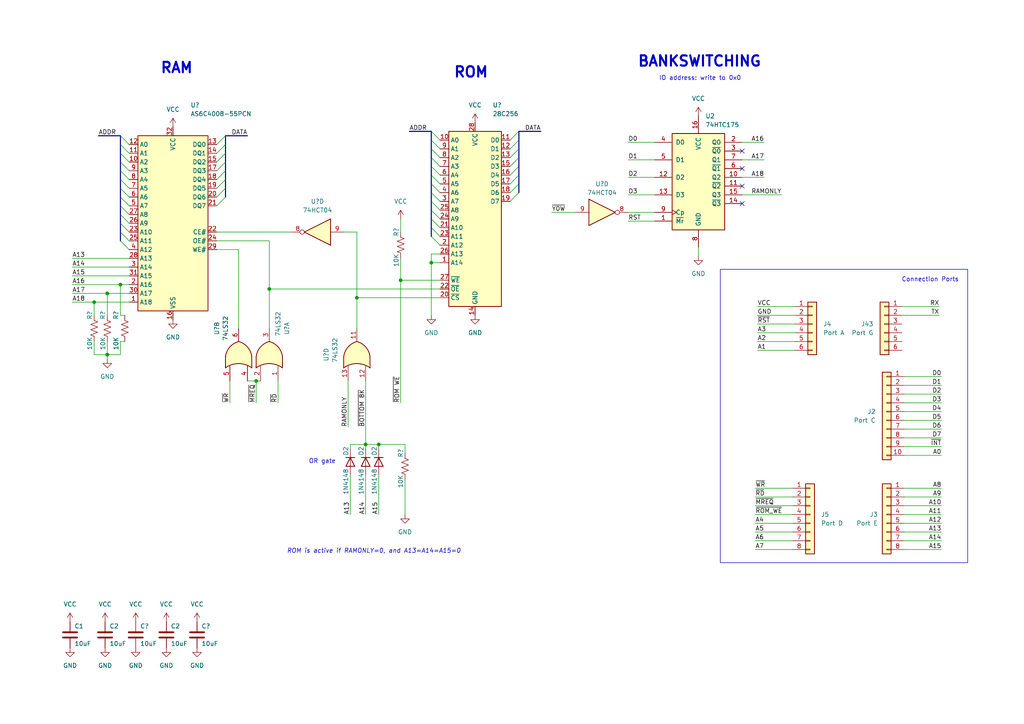
<source format=kicad_sch>
(kicad_sch (version 20230121) (generator eeschema)
  (paper "A4")
  (lib_symbols
    (symbol "74xx:74HCT04"
      (property "Reference" "U" (at 0 1.27 0))
      (property "Value" "74HCT04" (at 0 -1.27 0))
      (symbol "74HCT04_1_0"
        (polyline (pts (xy -3.81 3.81) (xy -3.81 -3.81) (xy 3.81 0) (xy -3.81 3.81)) (stroke (width 0.254)) (fill (type background)))
        (pin input line (at -7.62 0 0) (length 3.81) (name "~") (number "1"))
        (pin output inverted (at 7.62 0 180) (length 3.81) (name "~") (number "2"))
      )
      (symbol "74HCT04_2_0"
        (polyline (pts (xy -3.81 3.81) (xy -3.81 -3.81) (xy 3.81 0) (xy -3.81 3.81)) (stroke (width 0.254)) (fill (type background)))
        (pin input line (at -7.62 0 0) (length 3.81) (name "~") (number "3"))
        (pin output inverted (at 7.62 0 180) (length 3.81) (name "~") (number "4"))
      )
      (symbol "74HCT04_3_0"
        (polyline (pts (xy -3.81 3.81) (xy -3.81 -3.81) (xy 3.81 0) (xy -3.81 3.81)) (stroke (width 0.254)) (fill (type background)))
        (pin input line (at -7.62 0 0) (length 3.81) (name "~") (number "5"))
        (pin output inverted (at 7.62 0 180) (length 3.81) (name "~") (number "6"))
      )
      (symbol "74HCT04_4_0"
        (polyline (pts (xy -3.81 3.81) (xy -3.81 -3.81) (xy 3.81 0) (xy -3.81 3.81)) (stroke (width 0.254)) (fill (type background)))
        (pin output inverted (at 7.62 0 180) (length 3.81) (name "~") (number "8"))
        (pin input line (at -7.62 0 0) (length 3.81) (name "~") (number "9"))
      )
      (symbol "74HCT04_5_0"
        (polyline (pts (xy -3.81 3.81) (xy -3.81 -3.81) (xy 3.81 0) (xy -3.81 3.81)) (stroke (width 0.254)) (fill (type background)))
        (pin output inverted (at 7.62 0 180) (length 3.81) (name "~") (number "10"))
        (pin input line (at -7.62 0 0) (length 3.81) (name "~") (number "11"))
      )
      (symbol "74HCT04_6_0"
        (polyline (pts (xy -3.81 3.81) (xy -3.81 -3.81) (xy 3.81 0) (xy -3.81 3.81)) (stroke (width 0.254)) (fill (type background)))
        (pin output inverted (at 7.62 0 180) (length 3.81) (name "~") (number "12"))
        (pin input line (at -7.62 0 0) (length 3.81) (name "~") (number "13"))
      )
      (symbol "74HCT04_7_0"
        (pin power_in line (at 0 12.7 270) (length 5.08) (name "VCC") (number "14"))
        (pin power_in line (at 0 -12.7 90) (length 5.08) (name "GND") (number "7"))
      )
      (symbol "74HCT04_7_1"
        (rectangle (start -5.08 7.62) (end 5.08 -7.62) (stroke (width 0.254)) (fill (type background)))
      )
    )
    (symbol "74xx:74LS175" (pin_names (offset 1.016))
      (property "Reference" "U" (at -7.62 13.97 0))
      (property "Value" "74LS175" (at -7.62 -16.51 0))
      (symbol "74LS175_1_0"
        (pin input line (at -12.7 -12.7 0) (length 5.08) (name "~{Mr}") (number "1"))
        (pin output line (at 12.7 0 180) (length 5.08) (name "Q2") (number "10"))
        (pin output line (at 12.7 -2.54 180) (length 5.08) (name "~{Q2}") (number "11"))
        (pin input line (at -12.7 0 0) (length 5.08) (name "D2") (number "12"))
        (pin input line (at -12.7 -5.08 0) (length 5.08) (name "D3") (number "13"))
        (pin output line (at 12.7 -7.62 180) (length 5.08) (name "~{Q3}") (number "14"))
        (pin output line (at 12.7 -5.08 180) (length 5.08) (name "Q3") (number "15"))
        (pin power_in line (at 0 17.78 270) (length 5.08) (name "VCC") (number "16"))
        (pin output line (at 12.7 10.16 180) (length 5.08) (name "Q0") (number "2"))
        (pin output line (at 12.7 7.62 180) (length 5.08) (name "~{Q0}") (number "3"))
        (pin input line (at -12.7 10.16 0) (length 5.08) (name "D0") (number "4"))
        (pin input line (at -12.7 5.08 0) (length 5.08) (name "D1") (number "5"))
        (pin output line (at 12.7 2.54 180) (length 5.08) (name "~{Q1}") (number "6"))
        (pin output line (at 12.7 5.08 180) (length 5.08) (name "Q1") (number "7"))
        (pin power_in line (at 0 -20.32 90) (length 5.08) (name "GND") (number "8"))
        (pin input clock (at -12.7 -10.16 0) (length 5.08) (name "Cp") (number "9"))
      )
      (symbol "74LS175_1_1"
        (rectangle (start -7.62 12.7) (end 7.62 -15.24) (stroke (width 0.254)) (fill (type background)))
      )
    )
    (symbol "74xx:74LS32" (pin_names (offset 1.016))
      (property "Reference" "U" (at 0 1.27 0))
      (property "Value" "74LS32" (at 0 -1.27 0))
      (symbol "74LS32_1_1"
        (arc (start -3.81 -3.81) (mid -2.589 0) (end -3.81 3.81) (stroke (width 0.254)))
        (arc (start -0.6096 -3.81) (mid 2.1842 -2.5851) (end 3.81 0) (stroke (width 0.254)) (fill (type background)))
        (polyline (pts (xy -3.81 -3.81) (xy -0.635 -3.81)) (stroke (width 0.254)) (fill (type background)))
        (polyline (pts (xy -3.81 3.81) (xy -0.635 3.81)) (stroke (width 0.254)) (fill (type background)))
        (polyline (pts (xy -0.635 3.81) (xy -3.81 3.81) (xy -3.81 3.81) (xy -3.556 3.4036) (xy -3.0226 2.2606) (xy -2.6924 1.0414) (xy -2.6162 -0.254) (xy -2.7686 -1.4986) (xy -3.175 -2.7178) (xy -3.81 -3.81) (xy -3.81 -3.81) (xy -0.635 -3.81)) (stroke (width -25.4)) (fill (type background)))
        (arc (start 3.81 0) (mid 2.1915 2.5936) (end -0.6096 3.81) (stroke (width 0.254)) (fill (type background)))
        (pin input line (at -7.62 2.54 0) (length 4.318) (name "~") (number "1"))
        (pin input line (at -7.62 -2.54 0) (length 4.318) (name "~") (number "2"))
        (pin output line (at 7.62 0 180) (length 3.81) (name "~") (number "3"))
      )
      (symbol "74LS32_1_2"
        (arc (start 0 -3.81) (mid 3.7934 0) (end 0 3.81) (stroke (width 0.254)) (fill (type background)))
        (polyline (pts (xy 0 3.81) (xy -3.81 3.81) (xy -3.81 -3.81) (xy 0 -3.81)) (stroke (width 0.254)) (fill (type background)))
        (pin input inverted (at -7.62 2.54 0) (length 3.81) (name "~") (number "1"))
        (pin input inverted (at -7.62 -2.54 0) (length 3.81) (name "~") (number "2"))
        (pin output inverted (at 7.62 0 180) (length 3.81) (name "~") (number "3"))
      )
      (symbol "74LS32_2_1"
        (arc (start -3.81 -3.81) (mid -2.589 0) (end -3.81 3.81) (stroke (width 0.254)))
        (arc (start -0.6096 -3.81) (mid 2.1842 -2.5851) (end 3.81 0) (stroke (width 0.254)) (fill (type background)))
        (polyline (pts (xy -3.81 -3.81) (xy -0.635 -3.81)) (stroke (width 0.254)) (fill (type background)))
        (polyline (pts (xy -3.81 3.81) (xy -0.635 3.81)) (stroke (width 0.254)) (fill (type background)))
        (polyline (pts (xy -0.635 3.81) (xy -3.81 3.81) (xy -3.81 3.81) (xy -3.556 3.4036) (xy -3.0226 2.2606) (xy -2.6924 1.0414) (xy -2.6162 -0.254) (xy -2.7686 -1.4986) (xy -3.175 -2.7178) (xy -3.81 -3.81) (xy -3.81 -3.81) (xy -0.635 -3.81)) (stroke (width -25.4)) (fill (type background)))
        (arc (start 3.81 0) (mid 2.1915 2.5936) (end -0.6096 3.81) (stroke (width 0.254)) (fill (type background)))
        (pin input line (at -7.62 2.54 0) (length 4.318) (name "~") (number "4"))
        (pin input line (at -7.62 -2.54 0) (length 4.318) (name "~") (number "5"))
        (pin output line (at 7.62 0 180) (length 3.81) (name "~") (number "6"))
      )
      (symbol "74LS32_2_2"
        (arc (start 0 -3.81) (mid 3.7934 0) (end 0 3.81) (stroke (width 0.254)) (fill (type background)))
        (polyline (pts (xy 0 3.81) (xy -3.81 3.81) (xy -3.81 -3.81) (xy 0 -3.81)) (stroke (width 0.254)) (fill (type background)))
        (pin input inverted (at -7.62 2.54 0) (length 3.81) (name "~") (number "4"))
        (pin input inverted (at -7.62 -2.54 0) (length 3.81) (name "~") (number "5"))
        (pin output inverted (at 7.62 0 180) (length 3.81) (name "~") (number "6"))
      )
      (symbol "74LS32_3_1"
        (arc (start -3.81 -3.81) (mid -2.589 0) (end -3.81 3.81) (stroke (width 0.254)))
        (arc (start -0.6096 -3.81) (mid 2.1842 -2.5851) (end 3.81 0) (stroke (width 0.254)) (fill (type background)))
        (polyline (pts (xy -3.81 -3.81) (xy -0.635 -3.81)) (stroke (width 0.254)) (fill (type background)))
        (polyline (pts (xy -3.81 3.81) (xy -0.635 3.81)) (stroke (width 0.254)) (fill (type background)))
        (polyline (pts (xy -0.635 3.81) (xy -3.81 3.81) (xy -3.81 3.81) (xy -3.556 3.4036) (xy -3.0226 2.2606) (xy -2.6924 1.0414) (xy -2.6162 -0.254) (xy -2.7686 -1.4986) (xy -3.175 -2.7178) (xy -3.81 -3.81) (xy -3.81 -3.81) (xy -0.635 -3.81)) (stroke (width -25.4)) (fill (type background)))
        (arc (start 3.81 0) (mid 2.1915 2.5936) (end -0.6096 3.81) (stroke (width 0.254)) (fill (type background)))
        (pin input line (at -7.62 -2.54 0) (length 4.318) (name "~") (number "10"))
        (pin output line (at 7.62 0 180) (length 3.81) (name "~") (number "8"))
        (pin input line (at -7.62 2.54 0) (length 4.318) (name "~") (number "9"))
      )
      (symbol "74LS32_3_2"
        (arc (start 0 -3.81) (mid 3.7934 0) (end 0 3.81) (stroke (width 0.254)) (fill (type background)))
        (polyline (pts (xy 0 3.81) (xy -3.81 3.81) (xy -3.81 -3.81) (xy 0 -3.81)) (stroke (width 0.254)) (fill (type background)))
        (pin input inverted (at -7.62 -2.54 0) (length 3.81) (name "~") (number "10"))
        (pin output inverted (at 7.62 0 180) (length 3.81) (name "~") (number "8"))
        (pin input inverted (at -7.62 2.54 0) (length 3.81) (name "~") (number "9"))
      )
      (symbol "74LS32_4_1"
        (arc (start -3.81 -3.81) (mid -2.589 0) (end -3.81 3.81) (stroke (width 0.254)))
        (arc (start -0.6096 -3.81) (mid 2.1842 -2.5851) (end 3.81 0) (stroke (width 0.254)) (fill (type background)))
        (polyline (pts (xy -3.81 -3.81) (xy -0.635 -3.81)) (stroke (width 0.254)) (fill (type background)))
        (polyline (pts (xy -3.81 3.81) (xy -0.635 3.81)) (stroke (width 0.254)) (fill (type background)))
        (polyline (pts (xy -0.635 3.81) (xy -3.81 3.81) (xy -3.81 3.81) (xy -3.556 3.4036) (xy -3.0226 2.2606) (xy -2.6924 1.0414) (xy -2.6162 -0.254) (xy -2.7686 -1.4986) (xy -3.175 -2.7178) (xy -3.81 -3.81) (xy -3.81 -3.81) (xy -0.635 -3.81)) (stroke (width -25.4)) (fill (type background)))
        (arc (start 3.81 0) (mid 2.1915 2.5936) (end -0.6096 3.81) (stroke (width 0.254)) (fill (type background)))
        (pin output line (at 7.62 0 180) (length 3.81) (name "~") (number "11"))
        (pin input line (at -7.62 2.54 0) (length 4.318) (name "~") (number "12"))
        (pin input line (at -7.62 -2.54 0) (length 4.318) (name "~") (number "13"))
      )
      (symbol "74LS32_4_2"
        (arc (start 0 -3.81) (mid 3.7934 0) (end 0 3.81) (stroke (width 0.254)) (fill (type background)))
        (polyline (pts (xy 0 3.81) (xy -3.81 3.81) (xy -3.81 -3.81) (xy 0 -3.81)) (stroke (width 0.254)) (fill (type background)))
        (pin output inverted (at 7.62 0 180) (length 3.81) (name "~") (number "11"))
        (pin input inverted (at -7.62 2.54 0) (length 3.81) (name "~") (number "12"))
        (pin input inverted (at -7.62 -2.54 0) (length 3.81) (name "~") (number "13"))
      )
      (symbol "74LS32_5_0"
        (pin power_in line (at 0 12.7 270) (length 5.08) (name "VCC") (number "14"))
        (pin power_in line (at 0 -12.7 90) (length 5.08) (name "GND") (number "7"))
      )
      (symbol "74LS32_5_1"
        (rectangle (start -5.08 7.62) (end 5.08 -7.62) (stroke (width 0.254)) (fill (type background)))
      )
    )
    (symbol "Connector_Generic:Conn_01x06" (pin_names (offset 1.016) hide)
      (property "Reference" "J" (at 0 7.62 0))
      (property "Value" "Conn_01x06" (at 0 -10.16 0))
      (symbol "Conn_01x06_1_1"
        (rectangle (start -1.27 -7.493) (end 0 -7.747) (stroke (width 0.1524)))
        (rectangle (start -1.27 -4.953) (end 0 -5.207) (stroke (width 0.1524)))
        (rectangle (start -1.27 -2.413) (end 0 -2.667) (stroke (width 0.1524)))
        (rectangle (start -1.27 0.127) (end 0 -0.127) (stroke (width 0.1524)))
        (rectangle (start -1.27 2.667) (end 0 2.413) (stroke (width 0.1524)))
        (rectangle (start -1.27 5.207) (end 0 4.953) (stroke (width 0.1524)))
        (rectangle (start -1.27 6.35) (end 1.27 -8.89) (stroke (width 0.254)) (fill (type background)))
        (pin passive line (at -5.08 5.08 0) (length 3.81) (name "Pin_1") (number "1"))
        (pin passive line (at -5.08 2.54 0) (length 3.81) (name "Pin_2") (number "2"))
        (pin passive line (at -5.08 0 0) (length 3.81) (name "Pin_3") (number "3"))
        (pin passive line (at -5.08 -2.54 0) (length 3.81) (name "Pin_4") (number "4"))
        (pin passive line (at -5.08 -5.08 0) (length 3.81) (name "Pin_5") (number "5"))
        (pin passive line (at -5.08 -7.62 0) (length 3.81) (name "Pin_6") (number "6"))
      )
    )
    (symbol "Connector_Generic:Conn_01x08" (pin_names (offset 1.016) hide)
      (property "Reference" "J" (at 0 10.16 0))
      (property "Value" "Conn_01x08" (at 0 -12.7 0))
      (symbol "Conn_01x08_1_1"
        (rectangle (start -1.27 -10.033) (end 0 -10.287) (stroke (width 0.1524)))
        (rectangle (start -1.27 -7.493) (end 0 -7.747) (stroke (width 0.1524)))
        (rectangle (start -1.27 -4.953) (end 0 -5.207) (stroke (width 0.1524)))
        (rectangle (start -1.27 -2.413) (end 0 -2.667) (stroke (width 0.1524)))
        (rectangle (start -1.27 0.127) (end 0 -0.127) (stroke (width 0.1524)))
        (rectangle (start -1.27 2.667) (end 0 2.413) (stroke (width 0.1524)))
        (rectangle (start -1.27 5.207) (end 0 4.953) (stroke (width 0.1524)))
        (rectangle (start -1.27 7.747) (end 0 7.493) (stroke (width 0.1524)))
        (rectangle (start -1.27 8.89) (end 1.27 -11.43) (stroke (width 0.254)) (fill (type background)))
        (pin passive line (at -5.08 7.62 0) (length 3.81) (name "Pin_1") (number "1"))
        (pin passive line (at -5.08 5.08 0) (length 3.81) (name "Pin_2") (number "2"))
        (pin passive line (at -5.08 2.54 0) (length 3.81) (name "Pin_3") (number "3"))
        (pin passive line (at -5.08 0 0) (length 3.81) (name "Pin_4") (number "4"))
        (pin passive line (at -5.08 -2.54 0) (length 3.81) (name "Pin_5") (number "5"))
        (pin passive line (at -5.08 -5.08 0) (length 3.81) (name "Pin_6") (number "6"))
        (pin passive line (at -5.08 -7.62 0) (length 3.81) (name "Pin_7") (number "7"))
        (pin passive line (at -5.08 -10.16 0) (length 3.81) (name "Pin_8") (number "8"))
      )
    )
    (symbol "Connector_Generic:Conn_01x10" (pin_names (offset 1.016) hide)
      (property "Reference" "J" (at 0 12.7 0))
      (property "Value" "Conn_01x10" (at 0 -15.24 0))
      (symbol "Conn_01x10_1_1"
        (rectangle (start -1.27 -12.573) (end 0 -12.827) (stroke (width 0.1524)))
        (rectangle (start -1.27 -10.033) (end 0 -10.287) (stroke (width 0.1524)))
        (rectangle (start -1.27 -7.493) (end 0 -7.747) (stroke (width 0.1524)))
        (rectangle (start -1.27 -4.953) (end 0 -5.207) (stroke (width 0.1524)))
        (rectangle (start -1.27 -2.413) (end 0 -2.667) (stroke (width 0.1524)))
        (rectangle (start -1.27 0.127) (end 0 -0.127) (stroke (width 0.1524)))
        (rectangle (start -1.27 2.667) (end 0 2.413) (stroke (width 0.1524)))
        (rectangle (start -1.27 5.207) (end 0 4.953) (stroke (width 0.1524)))
        (rectangle (start -1.27 7.747) (end 0 7.493) (stroke (width 0.1524)))
        (rectangle (start -1.27 10.287) (end 0 10.033) (stroke (width 0.1524)))
        (rectangle (start -1.27 11.43) (end 1.27 -13.97) (stroke (width 0.254)) (fill (type background)))
        (pin passive line (at -5.08 10.16 0) (length 3.81) (name "Pin_1") (number "1"))
        (pin passive line (at -5.08 -12.7 0) (length 3.81) (name "Pin_10") (number "10"))
        (pin passive line (at -5.08 7.62 0) (length 3.81) (name "Pin_2") (number "2"))
        (pin passive line (at -5.08 5.08 0) (length 3.81) (name "Pin_3") (number "3"))
        (pin passive line (at -5.08 2.54 0) (length 3.81) (name "Pin_4") (number "4"))
        (pin passive line (at -5.08 0 0) (length 3.81) (name "Pin_5") (number "5"))
        (pin passive line (at -5.08 -2.54 0) (length 3.81) (name "Pin_6") (number "6"))
        (pin passive line (at -5.08 -5.08 0) (length 3.81) (name "Pin_7") (number "7"))
        (pin passive line (at -5.08 -7.62 0) (length 3.81) (name "Pin_8") (number "8"))
        (pin passive line (at -5.08 -10.16 0) (length 3.81) (name "Pin_9") (number "9"))
      )
    )
    (symbol "Device:C" (pin_numbers hide) (pin_names (offset 0.254))
      (property "Reference" "C" (at 0.635 2.54 0))
      (property "Value" "C" (at 0.635 -2.54 0))
      (symbol "C_0_1"
        (polyline (pts (xy -2.032 -0.762) (xy 2.032 -0.762)) (stroke (width 0.508)))
        (polyline (pts (xy -2.032 0.762) (xy 2.032 0.762)) (stroke (width 0.508)))
      )
      (symbol "C_1_1"
        (pin passive line (at 0 3.81 270) (length 2.794) (name "~") (number "1"))
        (pin passive line (at 0 -3.81 90) (length 2.794) (name "~") (number "2"))
      )
    )
    (symbol "Device:R_US" (pin_numbers hide) (pin_names (offset 0))
      (property "Reference" "R" (at 2.54 0 90))
      (property "Value" "R_US" (at -2.54 0 90))
      (symbol "R_US_0_1"
        (polyline (pts (xy 0 -2.286) (xy 0 -2.54)))
        (polyline (pts (xy 0 2.286) (xy 0 2.54)))
        (polyline (pts (xy 0 -0.762) (xy 1.016 -1.143) (xy 0 -1.524) (xy -1.016 -1.905) (xy 0 -2.286)))
        (polyline (pts (xy 0 0.762) (xy 1.016 0.381) (xy 0 0) (xy -1.016 -0.381) (xy 0 -0.762)))
        (polyline (pts (xy 0 2.286) (xy 1.016 1.905) (xy 0 1.524) (xy -1.016 1.143) (xy 0 0.762)))
      )
      (symbol "R_US_1_1"
        (pin passive line (at 0 3.81 270) (length 1.27) (name "~") (number "1"))
        (pin passive line (at 0 -3.81 90) (length 1.27) (name "~") (number "2"))
      )
    )
    (symbol "Diode:1N4148" (pin_numbers hide) (pin_names (offset 1.016) hide)
      (property "Reference" "D" (at 0 2.54 0))
      (property "Value" "1N4148" (at 0 -2.54 0))
      (symbol "1N4148_0_1"
        (polyline (pts (xy -1.27 1.27) (xy -1.27 -1.27)) (stroke (width 0.254)))
        (polyline (pts (xy 1.27 0) (xy -1.27 0)))
        (polyline (pts (xy 1.27 1.27) (xy 1.27 -1.27) (xy -1.27 0) (xy 1.27 1.27)) (stroke (width 0.254)))
      )
      (symbol "1N4148_1_1"
        (pin passive line (at -3.81 0 0) (length 2.54) (name "K") (number "1"))
        (pin passive line (at 3.81 0 180) (length 2.54) (name "A") (number "2"))
      )
    )
    (symbol "Memory_EEPROM:28C256"
      (property "Reference" "U" (at -7.62 26.67 0))
      (property "Value" "28C256" (at 2.54 -26.67 0))
      (symbol "28C256_1_1"
        (rectangle (start -7.62 25.4) (end 7.62 -25.4) (stroke (width 0.254)) (fill (type background)))
        (pin input line (at -10.16 -12.7 0) (length 2.54) (name "A14") (number "1"))
        (pin input line (at -10.16 22.86 0) (length 2.54) (name "A0") (number "10"))
        (pin tri_state line (at 10.16 22.86 180) (length 2.54) (name "D0") (number "11"))
        (pin tri_state line (at 10.16 20.32 180) (length 2.54) (name "D1") (number "12"))
        (pin tri_state line (at 10.16 17.78 180) (length 2.54) (name "D2") (number "13"))
        (pin power_in line (at 0 -27.94 90) (length 2.54) (name "GND") (number "14"))
        (pin tri_state line (at 10.16 15.24 180) (length 2.54) (name "D3") (number "15"))
        (pin tri_state line (at 10.16 12.7 180) (length 2.54) (name "D4") (number "16"))
        (pin tri_state line (at 10.16 10.16 180) (length 2.54) (name "D5") (number "17"))
        (pin tri_state line (at 10.16 7.62 180) (length 2.54) (name "D6") (number "18"))
        (pin tri_state line (at 10.16 5.08 180) (length 2.54) (name "D7") (number "19"))
        (pin input line (at -10.16 -7.62 0) (length 2.54) (name "A12") (number "2"))
        (pin input line (at -10.16 -22.86 0) (length 2.54) (name "~{CS}") (number "20"))
        (pin input line (at -10.16 -2.54 0) (length 2.54) (name "A10") (number "21"))
        (pin input line (at -10.16 -20.32 0) (length 2.54) (name "~{OE}") (number "22"))
        (pin input line (at -10.16 -5.08 0) (length 2.54) (name "A11") (number "23"))
        (pin input line (at -10.16 0 0) (length 2.54) (name "A9") (number "24"))
        (pin input line (at -10.16 2.54 0) (length 2.54) (name "A8") (number "25"))
        (pin input line (at -10.16 -10.16 0) (length 2.54) (name "A13") (number "26"))
        (pin input line (at -10.16 -17.78 0) (length 2.54) (name "~{WE}") (number "27"))
        (pin power_in line (at 0 27.94 270) (length 2.54) (name "VCC") (number "28"))
        (pin input line (at -10.16 5.08 0) (length 2.54) (name "A7") (number "3"))
        (pin input line (at -10.16 7.62 0) (length 2.54) (name "A6") (number "4"))
        (pin input line (at -10.16 10.16 0) (length 2.54) (name "A5") (number "5"))
        (pin input line (at -10.16 12.7 0) (length 2.54) (name "A4") (number "6"))
        (pin input line (at -10.16 15.24 0) (length 2.54) (name "A3") (number "7"))
        (pin input line (at -10.16 17.78 0) (length 2.54) (name "A2") (number "8"))
        (pin input line (at -10.16 20.32 0) (length 2.54) (name "A1") (number "9"))
      )
    )
    (symbol "Memory_RAM:AS6C4008-55PCN"
      (property "Reference" "U" (at -10.16 26.035 0))
      (property "Value" "AS6C4008-55PCN" (at 2.54 26.035 0))
      (symbol "AS6C4008-55PCN_0_0"
        (pin power_in line (at 0 -27.94 90) (length 2.54) (name "VSS") (number "16"))
        (pin power_in line (at 0 27.94 270) (length 2.54) (name "VCC") (number "32"))
      )
      (symbol "AS6C4008-55PCN_0_1"
        (rectangle (start -10.16 25.4) (end 10.16 -25.4) (stroke (width 0.254)) (fill (type background)))
      )
      (symbol "AS6C4008-55PCN_1_1"
        (pin input line (at -12.7 -22.86 0) (length 2.54) (name "A18") (number "1"))
        (pin input line (at -12.7 17.78 0) (length 2.54) (name "A2") (number "10"))
        (pin input line (at -12.7 20.32 0) (length 2.54) (name "A1") (number "11"))
        (pin input line (at -12.7 22.86 0) (length 2.54) (name "A0") (number "12"))
        (pin tri_state line (at 12.7 22.86 180) (length 2.54) (name "DQ0") (number "13"))
        (pin tri_state line (at 12.7 20.32 180) (length 2.54) (name "DQ1") (number "14"))
        (pin tri_state line (at 12.7 17.78 180) (length 2.54) (name "DQ2") (number "15"))
        (pin tri_state line (at 12.7 15.24 180) (length 2.54) (name "DQ3") (number "17"))
        (pin tri_state line (at 12.7 12.7 180) (length 2.54) (name "DQ4") (number "18"))
        (pin tri_state line (at 12.7 10.16 180) (length 2.54) (name "DQ5") (number "19"))
        (pin input line (at -12.7 -17.78 0) (length 2.54) (name "A16") (number "2"))
        (pin tri_state line (at 12.7 7.62 180) (length 2.54) (name "DQ6") (number "20"))
        (pin tri_state line (at 12.7 5.08 180) (length 2.54) (name "DQ7") (number "21"))
        (pin input line (at 12.7 -2.54 180) (length 2.54) (name "CE#") (number "22"))
        (pin input line (at -12.7 -2.54 0) (length 2.54) (name "A10") (number "23"))
        (pin input line (at 12.7 -5.08 180) (length 2.54) (name "OE#") (number "24"))
        (pin input line (at -12.7 -5.08 0) (length 2.54) (name "A11") (number "25"))
        (pin input line (at -12.7 0 0) (length 2.54) (name "A9") (number "26"))
        (pin input line (at -12.7 2.54 0) (length 2.54) (name "A8") (number "27"))
        (pin input line (at -12.7 -10.16 0) (length 2.54) (name "A13") (number "28"))
        (pin input line (at 12.7 -7.62 180) (length 2.54) (name "WE#") (number "29"))
        (pin input line (at -12.7 -12.7 0) (length 2.54) (name "A14") (number "3"))
        (pin input line (at -12.7 -20.32 0) (length 2.54) (name "A17") (number "30"))
        (pin input line (at -12.7 -15.24 0) (length 2.54) (name "A15") (number "31"))
        (pin input line (at -12.7 -7.62 0) (length 2.54) (name "A12") (number "4"))
        (pin input line (at -12.7 5.08 0) (length 2.54) (name "A7") (number "5"))
        (pin input line (at -12.7 7.62 0) (length 2.54) (name "A6") (number "6"))
        (pin input line (at -12.7 10.16 0) (length 2.54) (name "A5") (number "7"))
        (pin input line (at -12.7 12.7 0) (length 2.54) (name "A4") (number "8"))
        (pin input line (at -12.7 15.24 0) (length 2.54) (name "A3") (number "9"))
      )
    )
    (symbol "power:GND" (power) (pin_names (offset 0))
      (property "Value" "GND" (at 0 -3.81 0))
      (symbol "GND_0_1"
        (polyline (pts (xy 0 0) (xy 0 -1.27) (xy 1.27 -1.27) (xy 0 -2.54) (xy -1.27 -1.27) (xy 0 -1.27)))
      )
      (symbol "GND_1_1"
        (pin power_in line (at 0 0 270) (length 0) hide (name "GND") (number "1"))
      )
    )
    (symbol "power:VCC" (power) (pin_names (offset 0))
      (property "Value" "VCC" (at 0 3.81 0))
      (symbol "VCC_0_1"
        (polyline (pts (xy -0.762 1.27) (xy 0 2.54)))
        (polyline (pts (xy 0 0) (xy 0 2.54)))
        (polyline (pts (xy 0 2.54) (xy 0.762 1.27)))
      )
      (symbol "VCC_1_1"
        (pin power_in line (at 0 0 90) (length 0) hide (name "VCC") (number "1"))
      )
    )
  )
  (junction (at 31.115 85.09))
  (junction (at 74.295 110.49))
  (junction (at 34.925 82.55))
  (junction (at 116.205 81.28))
  (junction (at 27.305 87.63))
  (junction (at 109.855 128.905))
  (junction (at 106.045 128.905))
  (junction (at 31.115 102.87))
  (junction (at 125.095 76.2))
  (junction (at 103.505 86.36))
  (junction (at 78.105 83.82))
  (no_connect (at 215.265 43.815))
  (no_connect (at 215.265 53.975))
  (no_connect (at 215.265 59.055))
  (no_connect (at 215.265 48.895))
  (bus_entry (at 125.095 50.8) (size 2.54 2.54))
  (bus_entry (at 34.925 62.23) (size 2.54 2.54))
  (bus_entry (at 65.405 39.37) (size -2.54 2.54))
  (bus_entry (at 34.925 54.61) (size 2.54 2.54))
  (bus_entry (at 65.405 57.15) (size -2.54 2.54))
  (bus_entry (at 125.095 66.04) (size 2.54 2.54))
  (bus_entry (at 34.925 52.07) (size 2.54 2.54))
  (bus_entry (at 150.495 50.8) (size -2.54 2.54))
  (bus_entry (at 125.095 53.34) (size 2.54 2.54))
  (bus_entry (at 34.925 67.31) (size 2.54 2.54))
  (bus_entry (at 65.405 54.61) (size -2.54 2.54))
  (bus_entry (at 125.095 68.58) (size 2.54 2.54))
  (bus_entry (at 125.095 63.5) (size 2.54 2.54))
  (bus_entry (at 34.925 49.53) (size 2.54 2.54))
  (bus_entry (at 125.095 48.26) (size 2.54 2.54))
  (bus_entry (at 125.095 40.64) (size 2.54 2.54))
  (bus_entry (at 150.495 45.72) (size -2.54 2.54))
  (bus_entry (at 125.095 45.72) (size 2.54 2.54))
  (bus_entry (at 34.925 46.99) (size 2.54 2.54))
  (bus_entry (at 150.495 48.26) (size -2.54 2.54))
  (bus_entry (at 150.495 55.88) (size -2.54 2.54))
  (bus_entry (at 65.405 49.53) (size -2.54 2.54))
  (bus_entry (at 150.495 38.1) (size -2.54 2.54))
  (bus_entry (at 150.495 43.18) (size -2.54 2.54))
  (bus_entry (at 150.495 40.64) (size -2.54 2.54))
  (bus_entry (at 65.405 44.45) (size -2.54 2.54))
  (bus_entry (at 34.925 69.85) (size 2.54 2.54))
  (bus_entry (at 34.925 39.37) (size 2.54 2.54))
  (bus_entry (at 150.495 53.34) (size -2.54 2.54))
  (bus_entry (at 34.925 57.15) (size 2.54 2.54))
  (bus_entry (at 65.405 46.99) (size -2.54 2.54))
  (bus_entry (at 125.095 43.18) (size 2.54 2.54))
  (bus_entry (at 34.925 44.45) (size 2.54 2.54))
  (bus_entry (at 65.405 52.07) (size -2.54 2.54))
  (bus_entry (at 125.095 58.42) (size 2.54 2.54))
  (bus_entry (at 65.405 41.91) (size -2.54 2.54))
  (bus_entry (at 125.095 38.1) (size 2.54 2.54))
  (bus_entry (at 125.095 55.88) (size 2.54 2.54))
  (bus_entry (at 125.095 60.96) (size 2.54 2.54))
  (bus_entry (at 34.925 64.77) (size 2.54 2.54))
  (bus_entry (at 34.925 41.91) (size 2.54 2.54))
  (bus_entry (at 34.925 59.69) (size 2.54 2.54))
  (bus (pts (xy 125.095 45.72) (xy 125.095 43.18)))
  (wire (pts (xy 273.05 119.38) (xy 262.255 119.38)))
  (wire (pts (xy 20.955 80.01) (xy 37.465 80.01)))
  (wire (pts (xy 117.475 139.065) (xy 117.475 149.225)))
  (wire (pts (xy 272.415 91.44) (xy 261.62 91.44)))
  (bus (pts (xy 118.745 38.1) (xy 125.095 38.1)))
  (wire (pts (xy 74.295 110.49) (xy 71.755 110.49)))
  (bus (pts (xy 34.925 54.61) (xy 34.925 52.07)))
  (bus (pts (xy 125.095 40.64) (xy 125.095 38.1)))
  (wire (pts (xy 219.075 151.765) (xy 229.87 151.765)))
  (wire (pts (xy 31.115 102.87) (xy 31.115 104.14)))
  (bus (pts (xy 125.095 63.5) (xy 125.095 60.96)))
  (wire (pts (xy 101.6 128.905) (xy 106.045 128.905)))
  (wire (pts (xy 202.565 71.755) (xy 202.565 74.295)))
  (bus (pts (xy 65.405 57.15) (xy 65.405 54.61)))
  (bus (pts (xy 150.495 40.64) (xy 150.495 38.1)))
  (wire (pts (xy 273.05 149.225) (xy 262.255 149.225)))
  (bus (pts (xy 34.925 49.53) (xy 34.925 46.99)))
  (wire (pts (xy 125.095 76.2) (xy 127.635 76.2)))
  (wire (pts (xy 116.205 81.28) (xy 127.635 81.28)))
  (wire (pts (xy 106.045 128.905) (xy 109.855 128.905)))
  (bus (pts (xy 65.405 41.91) (xy 65.405 39.37)))
  (bus (pts (xy 34.925 44.45) (xy 34.925 41.91)))
  (bus (pts (xy 65.405 44.45) (xy 65.405 41.91)))
  (wire (pts (xy 221.615 51.435) (xy 215.265 51.435)))
  (wire (pts (xy 273.05 141.605) (xy 262.255 141.605)))
  (bus (pts (xy 150.495 50.8) (xy 150.495 48.26)))
  (wire (pts (xy 69.215 95.25) (xy 69.215 72.39)))
  (wire (pts (xy 101.6 137.795) (xy 101.6 149.225)))
  (wire (pts (xy 78.105 83.82) (xy 78.105 69.85)))
  (bus (pts (xy 150.495 45.72) (xy 150.495 43.18)))
  (wire (pts (xy 103.505 86.36) (xy 127.635 86.36)))
  (wire (pts (xy 273.05 121.92) (xy 262.255 121.92)))
  (wire (pts (xy 182.245 51.435) (xy 189.865 51.435)))
  (wire (pts (xy 100.965 110.49) (xy 100.965 123.825)))
  (wire (pts (xy 34.925 99.06) (xy 36.195 99.06)))
  (wire (pts (xy 20.955 87.63) (xy 27.305 87.63)))
  (bus (pts (xy 34.925 69.85) (xy 34.925 67.31)))
  (wire (pts (xy 221.615 41.275) (xy 215.265 41.275)))
  (wire (pts (xy 78.105 83.82) (xy 127.635 83.82)))
  (wire (pts (xy 103.505 67.31) (xy 103.505 86.36)))
  (bus (pts (xy 125.095 50.8) (xy 125.095 48.26)))
  (wire (pts (xy 99.695 67.31) (xy 103.505 67.31)))
  (bus (pts (xy 125.095 60.96) (xy 125.095 58.42)))
  (wire (pts (xy 221.615 46.355) (xy 215.265 46.355)))
  (wire (pts (xy 62.865 67.31) (xy 84.455 67.31)))
  (wire (pts (xy 69.215 72.39) (xy 62.865 72.39)))
  (wire (pts (xy 31.115 85.09) (xy 31.115 91.44)))
  (wire (pts (xy 219.075 149.225) (xy 229.87 149.225)))
  (bus (pts (xy 125.095 58.42) (xy 125.095 55.88)))
  (bus (pts (xy 65.405 46.99) (xy 65.405 44.45)))
  (wire (pts (xy 219.71 96.52) (xy 230.505 96.52)))
  (wire (pts (xy 273.05 114.3) (xy 262.255 114.3)))
  (wire (pts (xy 31.115 85.09) (xy 37.465 85.09)))
  (wire (pts (xy 219.075 144.145) (xy 229.87 144.145)))
  (bus (pts (xy 34.925 57.15) (xy 34.925 54.61)))
  (bus (pts (xy 150.495 38.1) (xy 156.845 38.1)))
  (bus (pts (xy 125.095 68.58) (xy 125.095 66.04)))
  (bus (pts (xy 65.405 39.37) (xy 71.755 39.37)))
  (wire (pts (xy 219.075 156.845) (xy 229.87 156.845)))
  (wire (pts (xy 273.05 132.08) (xy 262.255 132.08)))
  (wire (pts (xy 219.075 159.385) (xy 229.87 159.385)))
  (bus (pts (xy 65.405 49.53) (xy 65.405 46.99)))
  (wire (pts (xy 272.415 88.9) (xy 261.62 88.9)))
  (wire (pts (xy 27.305 99.06) (xy 27.305 102.87)))
  (wire (pts (xy 219.71 99.06) (xy 230.505 99.06)))
  (wire (pts (xy 219.075 141.605) (xy 229.87 141.605)))
  (wire (pts (xy 80.645 110.49) (xy 80.645 116.84)))
  (wire (pts (xy 125.095 91.44) (xy 125.095 76.2)))
  (bus (pts (xy 150.495 53.34) (xy 150.495 50.8)))
  (wire (pts (xy 182.245 64.135) (xy 189.865 64.135)))
  (bus (pts (xy 34.925 67.31) (xy 34.925 64.77)))
  (wire (pts (xy 103.505 86.36) (xy 103.505 95.25)))
  (wire (pts (xy 31.115 102.87) (xy 34.925 102.87)))
  (bus (pts (xy 150.495 43.18) (xy 150.495 40.64)))
  (wire (pts (xy 74.295 116.84) (xy 74.295 110.49)))
  (wire (pts (xy 78.105 95.25) (xy 78.105 83.82)))
  (wire (pts (xy 182.245 61.595) (xy 189.865 61.595)))
  (wire (pts (xy 78.105 69.85) (xy 62.865 69.85)))
  (wire (pts (xy 182.245 41.275) (xy 189.865 41.275)))
  (wire (pts (xy 273.05 156.845) (xy 262.255 156.845)))
  (wire (pts (xy 273.05 124.46) (xy 262.255 124.46)))
  (bus (pts (xy 65.405 52.07) (xy 65.405 49.53)))
  (bus (pts (xy 125.095 43.18) (xy 125.095 40.64)))
  (wire (pts (xy 106.045 128.905) (xy 106.045 130.175)))
  (bus (pts (xy 125.095 55.88) (xy 125.095 53.34)))
  (wire (pts (xy 27.305 87.63) (xy 37.465 87.63)))
  (bus (pts (xy 65.405 54.61) (xy 65.405 52.07)))
  (bus (pts (xy 34.925 64.77) (xy 34.925 62.23)))
  (wire (pts (xy 125.095 73.66) (xy 127.635 73.66)))
  (wire (pts (xy 273.05 154.305) (xy 262.255 154.305)))
  (wire (pts (xy 34.925 91.44) (xy 36.195 91.44)))
  (wire (pts (xy 27.305 102.87) (xy 31.115 102.87)))
  (wire (pts (xy 20.955 77.47) (xy 37.465 77.47)))
  (wire (pts (xy 31.115 99.06) (xy 31.115 102.87)))
  (bus (pts (xy 150.495 55.88) (xy 150.495 53.34)))
  (bus (pts (xy 34.925 41.91) (xy 34.925 39.37)))
  (wire (pts (xy 219.71 88.9) (xy 230.505 88.9)))
  (wire (pts (xy 160.02 61.595) (xy 167.005 61.595)))
  (bus (pts (xy 28.575 39.37) (xy 34.925 39.37)))
  (wire (pts (xy 219.71 91.44) (xy 230.505 91.44)))
  (wire (pts (xy 109.855 130.175) (xy 109.855 128.905)))
  (wire (pts (xy 20.955 82.55) (xy 34.925 82.55)))
  (wire (pts (xy 34.925 82.55) (xy 34.925 91.44)))
  (wire (pts (xy 34.925 82.55) (xy 37.465 82.55)))
  (wire (pts (xy 273.05 146.685) (xy 262.255 146.685)))
  (wire (pts (xy 74.295 110.49) (xy 75.565 110.49)))
  (wire (pts (xy 116.205 74.93) (xy 116.205 81.28)))
  (wire (pts (xy 27.305 87.63) (xy 27.305 91.44)))
  (wire (pts (xy 273.05 129.54) (xy 262.255 129.54)))
  (wire (pts (xy 66.675 110.49) (xy 66.675 116.84)))
  (wire (pts (xy 219.075 146.685) (xy 229.87 146.685)))
  (wire (pts (xy 116.205 63.5) (xy 116.205 67.31)))
  (wire (pts (xy 273.05 159.385) (xy 262.255 159.385)))
  (wire (pts (xy 106.045 137.795) (xy 106.045 149.225)))
  (wire (pts (xy 215.265 56.515) (xy 226.695 56.515)))
  (wire (pts (xy 34.925 99.06) (xy 34.925 102.87)))
  (wire (pts (xy 182.245 56.515) (xy 189.865 56.515)))
  (bus (pts (xy 150.495 48.26) (xy 150.495 45.72)))
  (wire (pts (xy 109.855 137.795) (xy 109.855 149.225)))
  (bus (pts (xy 125.095 48.26) (xy 125.095 45.72)))
  (bus (pts (xy 34.925 52.07) (xy 34.925 49.53)))
  (wire (pts (xy 116.205 81.28) (xy 116.205 116.84)))
  (wire (pts (xy 219.71 93.98) (xy 230.505 93.98)))
  (wire (pts (xy 273.05 109.22) (xy 262.255 109.22)))
  (wire (pts (xy 20.955 74.93) (xy 37.465 74.93)))
  (wire (pts (xy 273.05 151.765) (xy 262.255 151.765)))
  (wire (pts (xy 273.05 116.84) (xy 262.255 116.84)))
  (wire (pts (xy 219.075 154.305) (xy 229.87 154.305)))
  (wire (pts (xy 219.71 101.6) (xy 230.505 101.6)))
  (bus (pts (xy 125.095 53.34) (xy 125.095 50.8)))
  (wire (pts (xy 101.6 128.905) (xy 101.6 130.175)))
  (wire (pts (xy 273.05 111.76) (xy 262.255 111.76)))
  (wire (pts (xy 125.095 76.2) (xy 125.095 73.66)))
  (bus (pts (xy 34.925 62.23) (xy 34.925 59.69)))
  (wire (pts (xy 273.05 144.145) (xy 262.255 144.145)))
  (wire (pts (xy 182.245 46.355) (xy 189.865 46.355)))
  (bus (pts (xy 34.925 59.69) (xy 34.925 57.15)))
  (wire (pts (xy 117.475 128.905) (xy 109.855 128.905)))
  (wire (pts (xy 273.05 127) (xy 262.255 127)))
  (wire (pts (xy 106.045 110.49) (xy 106.045 128.905)))
  (bus (pts (xy 125.095 66.04) (xy 125.095 63.5)))
  (wire (pts (xy 20.955 85.09) (xy 31.115 85.09)))
  (bus (pts (xy 34.925 46.99) (xy 34.925 44.45)))
  (wire (pts (xy 117.475 128.905) (xy 117.475 131.445)))
  (rectangle (start 208.915 78.105) (end 280.67 163.195))
  (text "OR gate" (at 89.535 134.62 0) (effects (font (size 1.27 1.27)) (justify left bottom)))
  (text "RAM" (at 46.355 21.59 0) (effects (font (size 3 3) (thickness 0.6) bold) (justify left bottom)))
  (text "Connection Ports" (at 278.13 81.915 0) (effects (font (size 1.27 1.27)) (justify right bottom)))
  (text "BANKSWITCHING" (at 184.785 19.685 0) (effects (font (size 3 3) (thickness 0.6) bold) (justify left bottom)))
  (text "ROM" (at 131.445 22.86 0) (effects (font (size 3 3) (thickness 0.6) bold) (justify left bottom)))
  (text "IO address: write to 0x0" (at 191.135 23.495 0) (effects (font (size 1.27 1.27)) (justify left bottom)))
  (text "ROM is active if RAMONLY=0, and A13=A14=A15=0" (at 83.185 160.655 0) (effects (font (size 1.27 1.27) italic) (justify left bottom)))
  (label "D2" (at 273.05 114.3 180))
  (label "D1" (at 273.05 111.76 180))
  (label "A9" (at 273.05 144.145 180))
  (label "ADDR" (at 28.575 39.37 0))
  (label "A8" (at 273.05 141.605 180))
  (label "RST" (at 182.245 64.135 0))
  (label "TX" (at 272.415 91.44 180))
  (label "D3" (at 182.245 56.515 0))
  (label "D0" (at 273.05 109.22 180))
  (label "~{RD}" (at 219.075 144.145 0))
  (label "A13" (at 101.6 149.225 90))
  (label "RX" (at 272.415 88.9 180))
  (label "~{RD}" (at 80.645 116.84 90))
  (label "A5" (at 219.075 154.305 0))
  (label "D5" (at 273.05 121.92 180))
  (label "RAMONLY" (at 100.965 123.825 90))
  (label "~{MREQ}" (at 74.295 116.84 90))
  (label "A17" (at 20.955 85.09 0))
  (label "RAMONLY" (at 226.695 56.515 180))
  (label "ADDR" (at 118.745 38.1 0))
  (label "A16" (at 20.955 82.55 0))
  (label "D3" (at 273.05 116.84 180))
  (label "~{RST}" (at 219.71 93.98 0))
  (label "VCC" (at 219.71 88.9 0))
  (label "D4" (at 273.05 119.38 180))
  (label "A18" (at 221.615 51.435 180))
  (label "A1" (at 219.71 101.6 0))
  (label "D2" (at 182.245 51.435 0))
  (label "A17" (at 221.615 46.355 180))
  (label "~{WR}" (at 66.675 116.84 90))
  (label "A14" (at 20.955 77.47 0))
  (label "A16" (at 221.615 41.275 180))
  (label "DATA" (at 156.845 38.1 180))
  (label "A15" (at 273.05 159.385 180))
  (label "A4" (at 219.075 151.765 0))
  (label "~{WR}" (at 219.075 141.605 0))
  (label "A15" (at 20.955 80.01 0))
  (label "~{ROM_WE}" (at 219.075 149.225 0))
  (label "D1" (at 182.245 46.355 0))
  (label "A14" (at 273.05 156.845 180))
  (label "A18" (at 20.955 87.63 0))
  (label "~{MREQ}" (at 219.075 146.685 0))
  (label "A15" (at 109.855 149.225 90))
  (label "~{Y0W}" (at 160.02 61.595 0))
  (label "A13" (at 20.955 74.93 0))
  (label "~{ROM WE}" (at 116.205 116.84 90))
  (label "A0" (at 273.05 132.08 180))
  (label "DATA" (at 71.755 39.37 180))
  (label "~{INT}" (at 273.05 129.54 180))
  (label "A10" (at 273.05 146.685 180))
  (label "A6" (at 219.075 156.845 0))
  (label "A3" (at 219.71 96.52 0))
  (label "A2" (at 219.71 99.06 0))
  (label "A11" (at 273.05 149.225 180))
  (label "A14" (at 106.045 149.225 90))
  (label "A12" (at 273.05 151.765 180))
  (label "D0" (at 182.245 41.275 0))
  (label "A7" (at 219.075 159.385 0))
  (label "D6" (at 273.05 124.46 180))
  (label "D7" (at 273.05 127 180))
  (label "A13" (at 273.05 154.305 180))
  (label "GND" (at 219.71 91.44 0))
  (label "~{BOTTOM 8K}" (at 106.045 123.825 90))
  (symbol (lib_id "power:GND") (at 125.095 91.44 0) (unit 1)
    (property "Reference" "#PWR?" (effects hide))
    (property "Value" "GND" (at 125.095 96.52 0))
    (instances (project "fortuna-s" (path "" (reference "#PWR?") (unit 1)) (path "" (reference "#PWR021") (unit 1))) (project "fortuna-box" (path "" (reference "#PWR017") (unit 1))))
  )
  (symbol (lib_id "74xx:74LS32") (at 69.215 102.87 270) (mirror x) (unit 2)
    (property "Reference" "U?" (at 62.865 95.25 0))
    (property "Value" "74LS32" (at 65.405 95.25 0))
    (property "Datasheet" "http://www.ti.com/lit/gpn/sn74LS32" (effects hide))
    (instances (project "fortuna-s" (path "" (reference "U?") (unit 2)) (path "" (reference "U4") (unit 2))) (project "fortuna-box" (path "" (reference "U4") (unit 2))))
  )
  (symbol (lib_id "power:GND") (at 137.795 91.44 0) (unit 1)
    (property "Reference" "#PWR?" (effects hide))
    (property "Value" "GND" (at 137.795 96.52 0))
    (instances (project "fortuna-s" (path "" (reference "#PWR?") (unit 1)) (path "" (reference "#PWR023") (unit 1))) (project "fortuna-box" (path "" (reference "#PWR019") (unit 1))))
  )
  (symbol (lib_id "Device:C") (at 57.15 184.15 0) (unit 1)
    (property "Reference" "C?" (at 58.42 181.61 0) (effects (justify left)))
    (property "Value" "10uF" (at 58.42 186.69 0) (effects (justify left)))
    (instances (project "fortuna-s" (path "" (reference "C?") (unit 1)) (path "" (reference "C4") (unit 1))) (project "fortuna-box" (path "" (reference "C8") (unit 1))))
  )
  (symbol (lib_id "power:VCC") (at 137.795 35.56 0) (unit 1)
    (property "Reference" "#PWR?" (effects hide))
    (property "Value" "VCC" (at 137.795 30.48 0))
    (instances (project "fortuna-s" (path "" (reference "#PWR?") (unit 1)) (path "" (reference "#PWR022") (unit 1))) (project "fortuna-box" (path "" (reference "#PWR018") (unit 1))))
  )
  (symbol (lib_id "Device:R_US") (at 117.475 135.255 180) (unit 1)
    (property "Reference" "R?" (at 116.205 132.715 90) (effects (justify right)))
    (property "Value" "10K" (at 116.205 141.605 90) (effects (justify right)))
    (instances (project "fortuna-s" (path "" (reference "R?") (unit 1)) (path "" (reference "R3") (unit 1))) (project "fortuna-box" (path "" (reference "R16") (unit 1))))
  )
  (symbol (lib_id "Connector_Generic:Conn_01x08") (at 257.175 149.225 0) (mirror y) (unit 1)
    (property "Reference" "J3" (at 254.635 149.225 0) (effects (justify left)))
    (property "Value" "Port E" (at 254.635 151.765 0) (effects (justify left)))
    (instances (project "fortuna-box" (path "" (reference "J3") (unit 1)) (path "" (reference "J16") (unit 1))))
  )
  (symbol (lib_id "Diode:1N4148") (at 106.045 133.985 270) (unit 1)
    (property "Reference" "D2" (at 104.775 130.81 0))
    (property "Value" "1N4148" (at 104.775 139.7 0))
    (property "Footprint" "Diode_THT:D_DO-35_SOD27_P7.62mm_Horizontal" (effects hide))
    (property "Datasheet" "https://assets.nexperia.com/documents/data-sheet/1N4148_1N4448.pdf" (effects hide))
    (property "Sim.Device" "D" (effects hide))
    (property "Sim.Pins" "1=K 2=A" (effects hide))
    (instances (project "fortuna-s" (path "" (reference "D2") (unit 1))) (project "fortuna-box" (path "" (reference "D4") (unit 1)) (path "" (reference "D9") (unit 1))))
  )
  (symbol (lib_id "Device:R_US") (at 36.195 95.25 180) (unit 1)
    (property "Reference" "R?" (at 33.655 92.71 90) (effects (justify right)))
    (property "Value" "10K" (at 33.655 101.6 90) (effects (justify right)))
    (instances (project "fortuna-s" (path "" (reference "R?") (unit 1)) (path "" (reference "R3") (unit 1))) (project "fortuna-box" (path "" (reference "R11") (unit 1))))
  )
  (symbol (lib_id "power:VCC") (at 202.565 33.655 0) (unit 1)
    (property "Reference" "#PWR04" (effects hide))
    (property "Value" "VCC" (at 202.565 28.575 0))
    (instances (project "fortuna-s" (path "" (reference "#PWR04") (unit 1)) (path "" (reference "#PWR04") (unit 1))) (project "fortuna-box" (path "" (reference "#PWR020") (unit 1))))
  )
  (symbol (lib_id "74xx:74LS32") (at 78.105 102.87 270) (mirror x) (unit 1)
    (property "Reference" "U?" (at 83.185 95.25 0))
    (property "Value" "74LS32" (at 80.645 93.98 0))
    (property "Datasheet" "http://www.ti.com/lit/gpn/sn74LS32" (effects hide))
    (instances (project "fortuna-s" (path "" (reference "U?") (unit 1)) (path "" (reference "U4") (unit 1))) (project "fortuna-box" (path "" (reference "U4") (unit 1))))
  )
  (symbol (lib_id "74xx:74HCT04") (at 174.625 61.595 0) (unit 4)
    (property "Reference" "U?" (at 174.625 53.34 0))
    (property "Value" "74HCT04" (at 174.625 55.88 0))
    (property "Datasheet" "https://assets.nexperia.com/documents/data-sheet/74HC_HCT04.pdf" (effects hide))
    (instances (project "fortuna-s" (path "" (reference "U?") (unit 4)) (path "" (reference "U10") (unit 2))) (project "fortuna-box" (path "" (reference "U8") (unit 4))))
  )
  (symbol (lib_id "power:VCC") (at 20.32 180.34 0) (unit 1)
    (property "Reference" "#PWR06" (effects hide))
    (property "Value" "VCC" (at 20.32 175.26 0))
    (instances (project "fortuna-s" (path "" (reference "#PWR06") (unit 1)) (path "" (reference "#PWR08") (unit 1))) (project "fortuna-box" (path "" (reference "#PWR026") (unit 1))))
  )
  (symbol (lib_id "Memory_RAM:AS6C4008-55PCN") (at 50.165 64.77 0) (unit 1)
    (property "Reference" "U?" (at 55.245 30.48 0) (effects (justify left)))
    (property "Value" "AS6C4008-55PCN" (at 55.245 33.02 0) (effects (justify left)))
    (property "Footprint" "Package_DIP:DIP-32_W15.24mm" (effects hide))
    (property "Datasheet" "https://www.alliancememory.com/wp-content/uploads/pdf/AS6C4008.pdf" (effects hide))
    (instances (project "fortuna-s" (path "" (reference "U?") (unit 1)) (path "" (reference "U3") (unit 1))) (project "fortuna-box" (path "" (reference "U3") (unit 1))))
  )
  (symbol (lib_id "power:VCC") (at 50.165 36.83 0) (unit 1)
    (property "Reference" "#PWR?" (effects hide))
    (property "Value" "VCC" (at 50.165 31.75 0))
    (instances (project "fortuna-s" (path "" (reference "#PWR?") (unit 1)) (path "" (reference "#PWR013") (unit 1))) (project "fortuna-box" (path "" (reference "#PWR05") (unit 1))))
  )
  (symbol (lib_id "Connector_Generic:Conn_01x06") (at 235.585 93.98 0) (unit 1)
    (property "Reference" "J4" (at 238.76 93.98 0) (effects (justify left)))
    (property "Value" "Port A" (at 238.76 96.52 0) (effects (justify left)))
    (instances (project "fortuna-box" (path "" (reference "J4") (unit 1)) (path "" (reference "J7") (unit 1)) (path "" (reference "J13") (unit 1))))
  )
  (symbol (lib_id "power:VCC") (at 48.26 180.34 0) (unit 1)
    (property "Reference" "#PWR08" (effects hide))
    (property "Value" "VCC" (at 48.26 175.26 0))
    (instances (project "fortuna-s" (path "" (reference "#PWR08") (unit 1)) (path "" (reference "#PWR024") (unit 1))) (project "fortuna-box" (path "" (reference "#PWR032") (unit 1))))
  )
  (symbol (lib_id "power:GND") (at 48.26 187.96 0) (unit 1)
    (property "Reference" "#PWR09" (effects hide))
    (property "Value" "GND" (at 48.26 193.04 0))
    (instances (project "fortuna-s" (path "" (reference "#PWR09") (unit 1)) (path "" (reference "#PWR025") (unit 1))) (project "fortuna-box" (path "" (reference "#PWR033") (unit 1))))
  )
  (symbol (lib_id "Diode:1N4148") (at 109.855 133.985 270) (unit 1)
    (property "Reference" "D2" (at 108.585 130.81 0))
    (property "Value" "1N4148" (at 108.585 139.7 0))
    (property "Footprint" "Diode_THT:D_DO-35_SOD27_P7.62mm_Horizontal" (effects hide))
    (property "Datasheet" "https://assets.nexperia.com/documents/data-sheet/1N4148_1N4448.pdf" (effects hide))
    (property "Sim.Device" "D" (effects hide))
    (property "Sim.Pins" "1=K 2=A" (effects hide))
    (instances (project "fortuna-s" (path "" (reference "D2") (unit 1))) (project "fortuna-box" (path "" (reference "D4") (unit 1)) (path "" (reference "D10") (unit 1))))
  )
  (symbol (lib_id "power:GND") (at 20.32 187.96 0) (unit 1)
    (property "Reference" "#PWR07" (effects hide))
    (property "Value" "GND" (at 20.32 193.04 0))
    (instances (project "fortuna-s" (path "" (reference "#PWR07") (unit 1)) (path "" (reference "#PWR09") (unit 1))) (project "fortuna-box" (path "" (reference "#PWR027") (unit 1))))
  )
  (symbol (lib_id "Device:R_US") (at 116.205 71.12 180) (unit 1)
    (property "Reference" "R?" (at 114.935 68.58 90) (effects (justify right)))
    (property "Value" "10K" (at 114.935 77.47 90) (effects (justify right)))
    (instances (project "fortuna-s" (path "" (reference "R?") (unit 1)) (path "" (reference "R4") (unit 1))) (project "fortuna-box" (path "" (reference "R12") (unit 1))))
  )
  (symbol (lib_id "74xx:74LS32") (at 103.505 102.87 270) (mirror x) (unit 4)
    (property "Reference" "U?" (at 94.615 102.87 0))
    (property "Value" "74LS32" (at 97.155 101.6 0))
    (property "Datasheet" "http://www.ti.com/lit/gpn/sn74LS32" (effects hide))
    (instances (project "fortuna-s" (path "" (reference "U?") (unit 4)) (path "" (reference "U8") (unit 1))) (project "fortuna-box" (path "" (reference "U4") (unit 4))))
  )
  (symbol (lib_id "Memory_EEPROM:28C256") (at 137.795 63.5 0) (unit 1)
    (property "Reference" "U?" (at 142.875 30.48 0) (effects (justify left)))
    (property "Value" "28C256" (at 142.875 33.02 0) (effects (justify left)))
    (property "Datasheet" "http://ww1.microchip.com/downloads/en/DeviceDoc/doc0006.pdf" (effects hide))
    (instances (project "fortuna-s" (path "" (reference "U?") (unit 1)) (path "" (reference "U6") (unit 1))) (project "fortuna-box" (path "" (reference "U7") (unit 1))))
  )
  (symbol (lib_id "Device:C") (at 48.26 184.15 0) (unit 1)
    (property "Reference" "C2" (at 49.53 181.61 0) (effects (justify left)))
    (property "Value" "10uF" (at 49.53 186.69 0) (effects (justify left)))
    (instances (project "fortuna-s" (path "" (reference "C2") (unit 1)) (path "" (reference "C3") (unit 1))) (project "fortuna-box" (path "" (reference "C7") (unit 1))))
  )
  (symbol (lib_id "power:GND") (at 31.115 104.14 0) (unit 1)
    (property "Reference" "#PWR?" (effects hide))
    (property "Value" "GND" (at 31.115 109.22 0))
    (instances (project "fortuna-s" (path "" (reference "#PWR?") (unit 1)) (path "" (reference "#PWR012") (unit 1))) (project "fortuna-box" (path "" (reference "#PWR04") (unit 1))))
  )
  (symbol (lib_id "Connector_Generic:Conn_01x08") (at 234.95 149.225 0) (unit 1)
    (property "Reference" "J5" (at 238.125 149.225 0) (effects (justify left)))
    (property "Value" "Port D" (at 238.125 151.765 0) (effects (justify left)))
    (instances (project "fortuna-box" (path "" (reference "J5") (unit 1)) (path "" (reference "J14") (unit 1))))
  )
  (symbol (lib_id "power:VCC") (at 116.205 63.5 0) (unit 1)
    (property "Reference" "#PWR?" (effects hide))
    (property "Value" "VCC" (at 116.205 58.42 0))
    (instances (project "fortuna-s" (path "" (reference "#PWR?") (unit 1)) (path "" (reference "#PWR020") (unit 1))) (project "fortuna-box" (path "" (reference "#PWR016") (unit 1))))
  )
  (symbol (lib_id "power:VCC") (at 39.37 180.34 0) (unit 1)
    (property "Reference" "#PWR?" (effects hide))
    (property "Value" "VCC" (at 39.37 175.26 0))
    (instances (project "fortuna-s" (path "" (reference "#PWR?") (unit 1)) (path "" (reference "#PWR026") (unit 1))) (project "fortuna-box" (path "" (reference "#PWR030") (unit 1))))
  )
  (symbol (lib_id "Diode:1N4148") (at 101.6 133.985 270) (unit 1)
    (property "Reference" "D2" (at 100.33 130.81 0))
    (property "Value" "1N4148" (at 100.33 139.7 0))
    (property "Footprint" "Diode_THT:D_DO-35_SOD27_P7.62mm_Horizontal" (effects hide))
    (property "Datasheet" "https://assets.nexperia.com/documents/data-sheet/1N4148_1N4448.pdf" (effects hide))
    (property "Sim.Device" "D" (effects hide))
    (property "Sim.Pins" "1=K 2=A" (effects hide))
    (instances (project "fortuna-s" (path "" (reference "D2") (unit 1))) (project "fortuna-box" (path "" (reference "D4") (unit 1)) (path "" (reference "D8") (unit 1))))
  )
  (symbol (lib_id "Device:R_US") (at 27.305 95.25 180) (unit 1)
    (property "Reference" "R?" (at 26.035 92.71 90) (effects (justify right)))
    (property "Value" "10K" (at 26.035 101.6 90) (effects (justify right)))
    (instances (project "fortuna-s" (path "" (reference "R?") (unit 1)) (path "" (reference "R1") (unit 1))) (project "fortuna-box" (path "" (reference "R9") (unit 1))))
  )
  (symbol (lib_id "power:VCC") (at 30.48 180.34 0) (unit 1)
    (property "Reference" "#PWR08" (effects hide))
    (property "Value" "VCC" (at 30.48 175.26 0))
    (instances (project "fortuna-s" (path "" (reference "#PWR08") (unit 1)) (path "" (reference "#PWR024") (unit 1))) (project "fortuna-box" (path "" (reference "#PWR028") (unit 1))))
  )
  (symbol (lib_id "Device:C") (at 20.32 184.15 0) (unit 1)
    (property "Reference" "C1" (at 21.59 181.61 0) (effects (justify left)))
    (property "Value" "10uF" (at 21.59 186.69 0) (effects (justify left)))
    (instances (project "fortuna-s" (path "" (reference "C1") (unit 1)) (path "" (reference "C2") (unit 1))) (project "fortuna-box" (path "" (reference "C4") (unit 1))))
  )
  (symbol (lib_id "power:GND") (at 50.165 92.71 0) (unit 1)
    (property "Reference" "#PWR?" (effects hide))
    (property "Value" "GND" (at 50.165 97.79 0))
    (instances (project "fortuna-s" (path "" (reference "#PWR?") (unit 1)) (path "" (reference "#PWR019") (unit 1))) (project "fortuna-box" (path "" (reference "#PWR015") (unit 1))))
  )
  (symbol (lib_id "74xx:74LS175") (at 202.565 51.435 0) (unit 1)
    (property "Reference" "U2" (at 204.5844 33.655 0) (effects (justify left)))
    (property "Value" "74HTC175" (at 204.5844 36.195 0) (effects (justify left)))
    (property "Datasheet" "http://www.ti.com/lit/gpn/sn74LS175" (effects hide))
    (instances (project "fortuna-s" (path "" (reference "U2") (unit 1)) (path "" (reference "U2") (unit 1))) (project "fortuna-box" (path "" (reference "U9") (unit 1))))
  )
  (symbol (lib_id "Device:C") (at 30.48 184.15 0) (unit 1)
    (property "Reference" "C2" (at 31.75 181.61 0) (effects (justify left)))
    (property "Value" "10uF" (at 31.75 186.69 0) (effects (justify left)))
    (instances (project "fortuna-s" (path "" (reference "C2") (unit 1)) (path "" (reference "C3") (unit 1))) (project "fortuna-box" (path "" (reference "C5") (unit 1))))
  )
  (symbol (lib_id "Connector_Generic:Conn_01x10") (at 257.175 119.38 0) (mirror y) (unit 1)
    (property "Reference" "J2" (at 254 119.38 0) (effects (justify left)))
    (property "Value" "Port C" (at 254 121.92 0) (effects (justify left)))
    (instances (project "fortuna-box" (path "" (reference "J2") (unit 1)) (path "" (reference "J15") (unit 1))))
  )
  (symbol (lib_id "power:GND") (at 39.37 187.96 0) (unit 1)
    (property "Reference" "#PWR?" (effects hide))
    (property "Value" "GND" (at 39.37 193.04 0))
    (instances (project "fortuna-s" (path "" (reference "#PWR?") (unit 1)) (path "" (reference "#PWR027") (unit 1))) (project "fortuna-box" (path "" (reference "#PWR031") (unit 1))))
  )
  (symbol (lib_id "Device:C") (at 39.37 184.15 0) (unit 1)
    (property "Reference" "C?" (at 40.64 181.61 0) (effects (justify left)))
    (property "Value" "10uF" (at 40.64 186.69 0) (effects (justify left)))
    (instances (project "fortuna-s" (path "" (reference "C?") (unit 1)) (path "" (reference "C4") (unit 1))) (project "fortuna-box" (path "" (reference "C6") (unit 1))))
  )
  (symbol (lib_id "power:GND") (at 202.565 74.295 0) (unit 1)
    (property "Reference" "#PWR05" (effects hide))
    (property "Value" "GND" (at 202.565 79.375 0))
    (instances (project "fortuna-s" (path "" (reference "#PWR05") (unit 1)) (path "" (reference "#PWR05") (unit 1))) (project "fortuna-box" (path "" (reference "#PWR021") (unit 1))))
  )
  (symbol (lib_id "74xx:74HCT04") (at 92.075 67.31 180) (unit 4)
    (property "Reference" "U?" (at 92.075 58.42 0))
    (property "Value" "74HCT04" (at 92.075 60.96 0))
    (property "Datasheet" "https://assets.nexperia.com/documents/data-sheet/74HC_HCT04.pdf" (effects hide))
    (instances (project "fortuna-s" (path "" (reference "U?") (unit 4)) (path "" (reference "U5") (unit 4))) (project "fortuna-box" (path "" (reference "U5") (unit 4))))
  )
  (symbol (lib_id "power:GND") (at 117.475 149.225 0) (unit 1)
    (property "Reference" "#PWR?" (effects hide))
    (property "Value" "GND" (at 117.475 154.305 0))
    (instances (project "fortuna-s" (path "" (reference "#PWR?") (unit 1)) (path "" (reference "#PWR012") (unit 1))) (project "fortuna-box" (path "" (reference "#PWR050") (unit 1))))
  )
  (symbol (lib_id "Connector_Generic:Conn_01x06") (at 256.54 93.98 0) (mirror y) (unit 1)
    (property "Reference" "J43" (at 253.365 93.98 0) (effects (justify left)))
    (property "Value" "Port G" (at 253.365 96.52 0) (effects (justify left)))
    (instances (project "fortuna-box" (path "" (reference "J43") (unit 1)) (path "" (reference "J33") (unit 1)) (path "" (reference "J34") (unit 1))))
  )
  (symbol (lib_id "power:GND") (at 30.48 187.96 0) (unit 1)
    (property "Reference" "#PWR09" (effects hide))
    (property "Value" "GND" (at 30.48 193.04 0))
    (instances (project "fortuna-s" (path "" (reference "#PWR09") (unit 1)) (path "" (reference "#PWR025") (unit 1))) (project "fortuna-box" (path "" (reference "#PWR029") (unit 1))))
  )
  (symbol (lib_id "power:VCC") (at 57.15 180.34 0) (unit 1)
    (property "Reference" "#PWR?" (effects hide))
    (property "Value" "VCC" (at 57.15 175.26 0))
    (instances (project "fortuna-s" (path "" (reference "#PWR?") (unit 1)) (path "" (reference "#PWR026") (unit 1))) (project "fortuna-box" (path "" (reference "#PWR034") (unit 1))))
  )
  (symbol (lib_id "Device:R_US") (at 31.115 95.25 180) (unit 1)
    (property "Reference" "R?" (at 29.845 92.71 90) (effects (justify right)))
    (property "Value" "10K" (at 29.845 101.6 90) (effects (justify right)))
    (instances (project "fortuna-s" (path "" (reference "R?") (unit 1)) (path "" (reference "R2") (unit 1))) (project "fortuna-box" (path "" (reference "R10") (unit 1))))
  )
  (symbol (lib_id "power:GND") (at 57.15 187.96 0) (unit 1)
    (property "Reference" "#PWR?" (effects hide))
    (property "Value" "GND" (at 57.15 193.04 0))
    (instances (project "fortuna-s" (path "" (reference "#PWR?") (unit 1)) (path "" (reference "#PWR027") (unit 1))) (project "fortuna-box" (path "" (reference "#PWR035") (unit 1))))
  )
)
</source>
